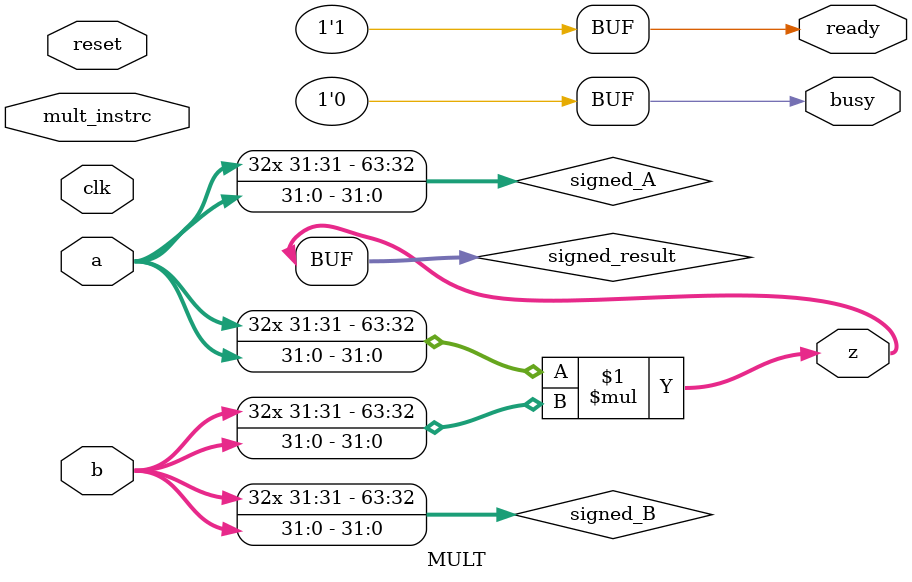
<source format=v>
module MULT(
input clk,
input reset,
input mult_instrc,
input [31:0] a,
input [31:0] b,
output ready,
output busy,
output [63:0] z
);
/*
//¶àÖÜÆÚ°æ±¾
reg [63:0] tmp;
reg [63:0] u;
reg [63:0] stored0;
reg [63:0] stored1;
reg [63:0] stored2;
reg [63:0] stored3;
reg [63:0] stored4;
reg [63:0] stored5;
reg [63:0] stored6;
reg [63:0] stored7;
reg [63:0] stored8;
reg [63:0] stored9;
reg [63:0] stored10;
reg [63:0] stored11;
reg [63:0] stored12;
reg [63:0] stored13;
reg [63:0] stored14;
reg [63:0] stored15;
reg [63:0] stored16;
reg [63:0] stored17;
reg [63:0] stored18;
reg [63:0] stored19;
reg [63:0] stored20;
reg [63:0] stored21;
reg [63:0] stored22;
reg [63:0] stored23;
reg [63:0] stored24;
reg [63:0] stored25;
reg [63:0] stored26;
reg [63:0] stored27;
reg [63:0] stored28;
reg [63:0] stored29;
reg [63:0] stored30;
reg [5:0] cnt;
always @(posedge clk,posedge reset)
begin
    if (reset || ~mult_instrc)
    begin
        busy<=0;
        ready<=0;
        cnt <=0;
        tmp<=0;
        u<=0;
        stored0<=0;
        stored1<=0;
        stored2<=0;
        stored3<=0;
        stored4<=0;
        stored5<=0;
        stored6<=0;
        stored7<=0;        
        stored8<=0;
        stored9<=0;
        stored10<=0;
        stored11=0;  
        stored12<=0;
        stored13<=0;
        stored14<=0;
        stored15<=0;
        stored16<=0;
        stored17<=0;
        stored18<=0;
        stored19<=0;
        stored20<=0;
        stored21<=0;
        stored22<=0;
        stored23<=0;      
        stored24<=0;
        stored25<=0;
        stored26<=0;
        stored27<=0;
        stored28<=0;
        stored29<=0;
        stored30<=0;                          
    end
    else if (mult_instrc)
    begin
        if (cnt==0)
        begin
            busy<=1;
            cnt<=1;
            stored0 <= b[0] ? {{32{a[31]}},a}:64'b0;
            stored1 <= b[1] ? {{31{a[31]}},a,1'b0}:64'b0;
            stored2 <= b[2] ? {{30{a[31]}},a,2'b0}:64'b0;
            stored3 <= b[3] ? {{29{a[31]}},a,3'b0}:64'b0;
            stored4 <= b[4] ? {{28{a[31]}},a,4'b0}:64'b0;
            stored5 <= b[5] ? {{27{a[31]}}, a, 5'b0} : 64'b0;
            stored6 <= b[6] ? {{26{a[31]}}, a, 6'b0} : 64'b0;
            stored7 <= b[7] ? {{25{a[31]}}, a, 7'b0} : 64'b0;
            stored8 <= b[8] ? {{24{a[31]}}, a, 8'b0} : 64'b0;
            stored9 <= b[9] ? {{23{a[31]}}, a, 9'b0} : 64'b0;
            stored10 <= b[10] ? {{22{a[31]}}, a, 10'b0} : 64'b0;
            stored11 <= b[11] ? {{21{a[31]}}, a, 11'b0} : 64'b0;
            stored12 <= b[12] ? {{20{a[31]}}, a, 12'b0} : 64'b0;
            stored13 <= b[13] ? {{19{a[31]}}, a, 13'b0} : 64'b0;
            stored14 <= b[14] ? {{18{a[31]}}, a, 14'b0} : 64'b0;
            stored15 <= b[15] ? {{17{a[31]}}, a, 15'b0} : 64'b0;
            stored16 <= b[16] ? {{16{a[31]}}, a, 16'b0} : 64'b0;
            stored17 <= b[17] ? {{15{a[31]}}, a, 17'b0} : 64'b0;
            stored18 <= b[18] ? {{14{a[31]}}, a, 18'b0} : 64'b0;
            stored19 <= b[19] ? {{13{a[31]}}, a, 19'b0} : 64'b0;
            stored20 <= b[20] ? {{12{a[31]}}, a, 20'b0} : 64'b0;
            stored21 <= b[21] ? {{11{a[31]}}, a, 21'b0} : 64'b0;
            stored22 <= b[22] ? {{10{a[31]}}, a, 22'b0} : 64'b0;
            stored23 <= b[23] ? {{9{a[31]}}, a, 23'b0} : 64'b0;
            stored24 <= b[24] ? {{8{a[31]}}, a, 24'b0} : 64'b0;
            stored25 <= b[25] ? {{7{a[31]}}, a, 25'b0} : 64'b0;
            stored26 <= b[26] ? {{6{a[31]}}, a, 26'b0} : 64'b0;
            stored27 <= b[27] ? {{5{a[31]}}, a, 27'b0} : 64'b0;
            stored28 <= b[28] ? {{4{a[31]}}, a, 28'b0} : 64'b0;
            stored29 <= b[29] ? {{3{a[31]}}, a, 29'b0} : 64'b0;
            stored30 <= b[30] ? {{2{a[31]}}, a, 30'b0} : 64'b0;
            u <= b[31] ? {1'b0,~a+1,31'b0} : 64'b0;
        end
        else if (cnt==1)
        begin
            cnt<=2;
            ready<=1;
            busy<=1;
            tmp <= stored0 + stored1 + stored2 + stored3 + stored4 + stored5 + stored6 +
                           stored7 + stored8 + stored9 + stored10 + stored11 + stored12 + stored13 +
                           stored14 + stored15 + stored16 + stored17 + stored18 + stored19 + stored20 +
                           stored21 + stored22 + stored23 + stored24 + stored25 + stored26 + stored27 +
                           stored28 + stored29 + stored30  + u;
        end
        else 
        begin
            cnt<=0;
            ready<=0;
            busy<=0;
        end      
    end   
end
assign z = tmp;
*/

//µ¥ÖÜÆÚ°æ±¾
wire signed [63:0] signed_A;        //À©Õ¹µÄÓÐ·ûºÅA
wire signed [63:0] signed_B;        //À©Õ¹µÄÓÐ·ûºÅB
wire signed [63:0] signed_result;   //±£´æÓÐ·ûºÅ³Ë·¨½á¹û

assign signed_A = { {32{a[31]}} , a };
assign signed_B = { {32{b[31]}} , b };
assign signed_result = signed_A * signed_B;
assign z = signed_result;
assign busy = 0;
assign ready = 1;

endmodule
</source>
